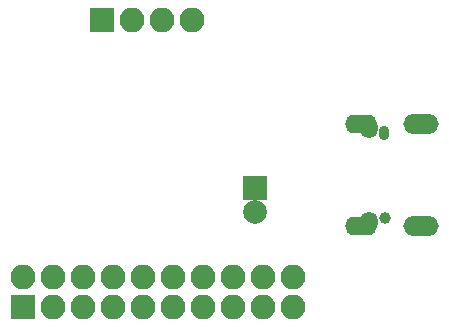
<source format=gbs>
G04 #@! TF.GenerationSoftware,KiCad,Pcbnew,(5.0.0)*
G04 #@! TF.CreationDate,2019-03-22T21:06:18+01:00*
G04 #@! TF.ProjectId,converterboard,636F6E766572746572626F6172642E6B,rev?*
G04 #@! TF.SameCoordinates,Original*
G04 #@! TF.FileFunction,Soldermask,Bot*
G04 #@! TF.FilePolarity,Negative*
%FSLAX46Y46*%
G04 Gerber Fmt 4.6, Leading zero omitted, Abs format (unit mm)*
G04 Created by KiCad (PCBNEW (5.0.0)) date 03/22/19 21:06:18*
%MOMM*%
%LPD*%
G01*
G04 APERTURE LIST*
%ADD10O,2.700000X1.600000*%
%ADD11O,1.500000X1.750000*%
%ADD12O,0.900000X1.250000*%
%ADD13C,1.000000*%
%ADD14O,3.000000X1.700000*%
%ADD15R,2.100000X2.100000*%
%ADD16O,2.100000X2.100000*%
%ADD17R,2.000000X2.000000*%
%ADD18C,2.000000*%
G04 APERTURE END LIST*
D10*
G04 #@! TO.C,J4*
X190750000Y-109580000D03*
D11*
X191400000Y-109900000D03*
X191400000Y-117900000D03*
D10*
X190750000Y-118220000D03*
D12*
X192685000Y-110300000D03*
D13*
X192750000Y-117500000D03*
D14*
X195800000Y-118220000D03*
X195800000Y-109580000D03*
G04 #@! TD*
D15*
G04 #@! TO.C,J3*
X168750000Y-100750000D03*
D16*
X171290000Y-100750000D03*
X173830000Y-100750000D03*
X176370000Y-100750000D03*
G04 #@! TD*
G04 #@! TO.C,J2*
X184960000Y-122510000D03*
X184960000Y-125050000D03*
X182420000Y-122510000D03*
X182420000Y-125050000D03*
X179880000Y-122510000D03*
X179880000Y-125050000D03*
X177340000Y-122510000D03*
X177340000Y-125050000D03*
X174800000Y-122510000D03*
X174800000Y-125050000D03*
X172260000Y-122510000D03*
X172260000Y-125050000D03*
X169720000Y-122510000D03*
X169720000Y-125050000D03*
X167180000Y-122510000D03*
X167180000Y-125050000D03*
X164640000Y-122510000D03*
X164640000Y-125050000D03*
X162100000Y-122510000D03*
D15*
X162100000Y-125050000D03*
G04 #@! TD*
D17*
G04 #@! TO.C,C2*
X181750000Y-115000000D03*
D18*
X181750000Y-117000000D03*
G04 #@! TD*
M02*

</source>
